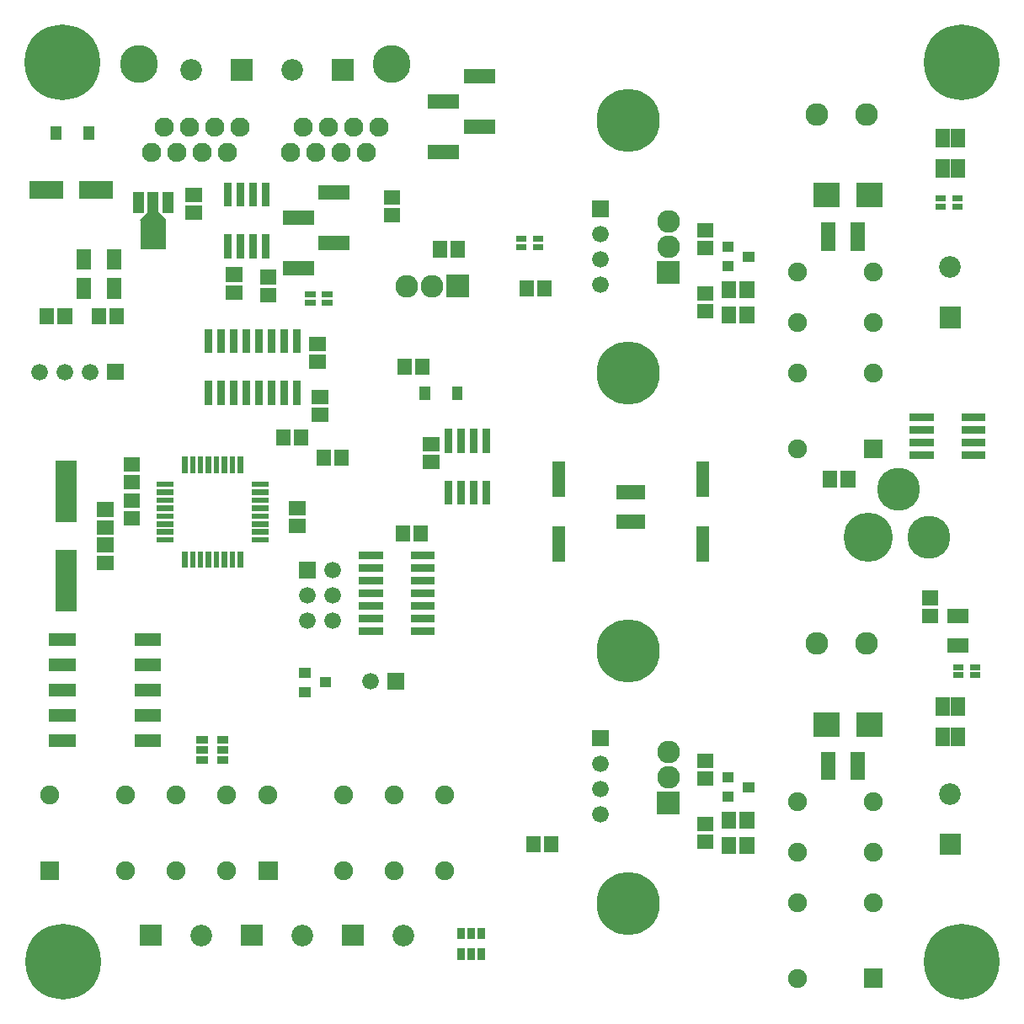
<source format=gbr>
G04 start of page 6 for group -4063 idx -4063 *
G04 Title: (unknown), componentmask *
G04 Creator: pcb 20140316 *
G04 CreationDate: Mon 02 Nov 2015 06:26:01 PM GMT UTC *
G04 For: ndholmes *
G04 Format: Gerber/RS-274X *
G04 PCB-Dimensions (mil): 3900.00 3900.00 *
G04 PCB-Coordinate-Origin: lower left *
%MOIN*%
%FSLAX25Y25*%
%LNTOPMASK*%
%ADD117R,0.0217X0.0217*%
%ADD116R,0.0847X0.0847*%
%ADD115R,0.0520X0.0520*%
%ADD114R,0.1005X0.1005*%
%ADD113R,0.0438X0.0438*%
%ADD112R,0.0690X0.0690*%
%ADD111R,0.0965X0.0965*%
%ADD110R,0.0400X0.0400*%
%ADD109R,0.0490X0.0490*%
%ADD108R,0.0300X0.0300*%
%ADD107R,0.0420X0.0420*%
%ADD106R,0.0560X0.0560*%
%ADD105R,0.0572X0.0572*%
%ADD104R,0.0227X0.0227*%
%ADD103C,0.1700*%
%ADD102C,0.1950*%
%ADD101C,0.2500*%
%ADD100C,0.0750*%
%ADD99C,0.0660*%
%ADD98C,0.2997*%
%ADD97C,0.1500*%
%ADD96C,0.0860*%
%ADD95C,0.0001*%
%ADD94C,0.0900*%
%ADD93C,0.0760*%
G54D93*X142500Y347500D03*
X137500Y337500D03*
X132500Y347500D03*
X127500Y337500D03*
X122500Y347500D03*
X117500Y337500D03*
X112500Y347500D03*
X107500Y337500D03*
G54D94*X153500Y284500D03*
X163500D03*
G54D95*G36*
X169000Y289000D02*Y280000D01*
X178000D01*
Y289000D01*
X169000D01*
G37*
G54D93*X87500Y347500D03*
X77500D03*
X67500D03*
X57500D03*
G54D95*G36*
X83700Y374300D02*Y365700D01*
X92300D01*
Y374300D01*
X83700D01*
G37*
G54D96*X68000Y370000D03*
G54D93*X82500Y337500D03*
X72500D03*
X62500D03*
X52500D03*
G54D97*X47500Y372500D03*
G54D98*X17000Y373000D03*
G54D95*G36*
X34700Y253800D02*Y247200D01*
X41300D01*
Y253800D01*
X34700D01*
G37*
G54D99*X28000Y250500D03*
X18000D03*
X8000D03*
G54D98*X17500Y17000D03*
G54D95*G36*
X47700Y31800D02*Y23200D01*
X56300D01*
Y31800D01*
X47700D01*
G37*
G36*
X8250Y56750D02*Y49250D01*
X15750D01*
Y56750D01*
X8250D01*
G37*
G54D100*X42000Y53000D03*
X62000D03*
Y83000D03*
X42000D03*
X12000D03*
G54D95*G36*
X87700Y31800D02*Y23200D01*
X96300D01*
Y31800D01*
X87700D01*
G37*
G54D96*X112000Y27500D03*
X72000D03*
G54D95*G36*
X127700Y31800D02*Y23200D01*
X136300D01*
Y31800D01*
X127700D01*
G37*
G54D96*X152000Y27500D03*
G54D100*X82000Y53000D03*
G54D95*G36*
X94750Y56750D02*Y49250D01*
X102250D01*
Y56750D01*
X94750D01*
G37*
G54D100*X128500Y53000D03*
X148500D03*
X168500D03*
X82000Y83000D03*
X128500D03*
X98500D03*
X168500D03*
X148500D03*
G54D95*G36*
X145700Y131300D02*Y124700D01*
X152300D01*
Y131300D01*
X145700D01*
G37*
G54D99*X139000Y128000D03*
G54D95*G36*
X110700Y175300D02*Y168700D01*
X117300D01*
Y175300D01*
X110700D01*
G37*
G54D99*X124000Y172000D03*
Y162000D03*
Y152000D03*
X114000Y162000D03*
Y152000D03*
G54D94*X315650Y143000D03*
G54D101*X241000Y250000D03*
G54D95*G36*
X226700Y108800D02*Y102200D01*
X233300D01*
Y108800D01*
X226700D01*
G37*
G54D101*X241000Y140000D03*
G54D99*X230000Y95500D03*
Y85500D03*
Y75500D03*
G54D95*G36*
X364200Y67800D02*Y59200D01*
X372800D01*
Y67800D01*
X364200D01*
G37*
G54D96*X368500Y83500D03*
G54D98*X373000Y17000D03*
G54D94*X335350Y143000D03*
X257000Y100000D03*
Y90000D03*
G54D95*G36*
X252500Y84500D02*Y75500D01*
X261500D01*
Y84500D01*
X252500D01*
G37*
G54D100*X338000Y80500D03*
X308000D03*
G54D95*G36*
X334250Y14250D02*Y6750D01*
X341750D01*
Y14250D01*
X334250D01*
G37*
G54D100*X308000Y10500D03*
X338000Y40500D03*
X308000D03*
X338000Y60500D03*
X308000D03*
G54D101*X241000Y40000D03*
G54D97*X147500Y372500D03*
G54D98*X373000Y373000D03*
G54D101*X241000Y350000D03*
G54D95*G36*
X123700Y374300D02*Y365700D01*
X132300D01*
Y374300D01*
X123700D01*
G37*
G54D96*X108000Y370000D03*
G54D94*X335350Y352500D03*
X315650D03*
G54D100*X338000Y290000D03*
X308000Y270000D03*
Y250000D03*
Y220000D03*
G54D95*G36*
X334250Y223750D02*Y216250D01*
X341750D01*
Y223750D01*
X334250D01*
G37*
G54D100*X338000Y250000D03*
Y270000D03*
G54D102*X336000Y185000D03*
G54D103*X360000D03*
X348000Y204000D03*
G54D95*G36*
X364200Y276300D02*Y267700D01*
X372800D01*
Y276300D01*
X364200D01*
G37*
G54D96*X368500Y292000D03*
G54D100*X308000Y290000D03*
G54D94*X257000Y310000D03*
Y300000D03*
G54D95*G36*
X252500Y294500D02*Y285500D01*
X261500D01*
Y294500D01*
X252500D01*
G37*
G36*
X226700Y318300D02*Y311700D01*
X233300D01*
Y318300D01*
X226700D01*
G37*
G54D99*X230000Y305000D03*
Y295000D03*
Y285000D03*
G54D104*X204413Y299925D02*X206283D01*
X204413Y303075D02*X206283D01*
X197717D02*X199587D01*
X197717Y299925D02*X199587D01*
G54D105*X200914Y283893D02*Y283107D01*
X208000Y283893D02*Y283107D01*
X147107Y319543D02*X147893D01*
X147107Y312457D02*X147893D01*
X166457Y299393D02*Y298607D01*
X173543Y299393D02*Y298607D01*
G54D106*X178760Y367500D02*X185413D01*
X164587Y357500D02*X171240D01*
X178760Y347500D02*X185413D01*
X164587Y337500D02*X171240D01*
G54D105*X162607Y222000D02*X163393D01*
G54D107*X160500Y242600D02*Y241400D01*
G54D105*X152457Y252893D02*Y252107D01*
X159543Y252893D02*Y252107D01*
G54D108*X185000Y226500D02*Y220000D01*
X180000Y226500D02*Y220000D01*
X175000Y226500D02*Y220000D01*
X170000Y226500D02*Y220000D01*
G54D107*X173400Y242600D02*Y241400D01*
G54D105*X162607Y214914D02*X163393D01*
G54D108*X170000Y206000D02*Y199500D01*
X175000Y206000D02*Y199500D01*
X180000Y206000D02*Y199500D01*
X185000Y206000D02*Y199500D01*
G54D109*X213500Y212500D02*Y203500D01*
Y187000D02*Y177900D01*
G54D105*X109607Y189457D02*X110393D01*
X109607Y196543D02*X110393D01*
X118607Y233457D02*X119393D01*
X111543Y224893D02*Y224107D01*
X120457Y216893D02*Y216107D01*
X127543Y216893D02*Y216107D01*
G54D108*X110000Y245500D02*Y239000D01*
G54D105*X118607Y240543D02*X119393D01*
X117607Y254457D02*X118393D01*
G54D104*X114217Y281075D02*X116087D01*
X114217Y277925D02*X116087D01*
X120913D02*X122783D01*
X120913Y281075D02*X122783D01*
G54D105*X117607Y261543D02*X118393D01*
X151914Y186893D02*Y186107D01*
X159000Y186893D02*Y186107D01*
G54D108*X156500Y168000D02*X163000D01*
X156500Y173000D02*X163000D01*
X156500Y178000D02*X163000D01*
X136000D02*X142500D01*
X136000Y173000D02*X142500D01*
X136000Y168000D02*X142500D01*
X136000Y163000D02*X142500D01*
X136000Y158000D02*X142500D01*
X136000Y153000D02*X142500D01*
X136000Y148000D02*X142500D01*
X156500D02*X163000D01*
X156500Y153000D02*X163000D01*
X156500Y158000D02*X163000D01*
X156500Y163000D02*X163000D01*
G54D104*X363717Y319075D02*X365587D01*
X363717Y315925D02*X365587D01*
X370413D02*X372283D01*
X370413Y319075D02*X372283D01*
G54D105*X371450Y343700D02*Y342100D01*
X365550Y343700D02*Y342100D01*
X371450Y331900D02*Y330300D01*
X365550Y331900D02*Y330300D01*
G54D108*X374500Y217500D02*X381000D01*
X374500Y222500D02*X381000D01*
X374500Y227500D02*X381000D01*
X374500Y232500D02*X381000D01*
G54D105*X280957Y273393D02*Y272607D01*
X288043Y273393D02*Y272607D01*
X271107Y274457D02*X271893D01*
X271107Y281543D02*X271893D01*
X280957Y283393D02*Y282607D01*
X271107Y306543D02*X271893D01*
X271107Y299457D02*X271893D01*
G54D110*X280200Y300000D02*X280800D01*
X288400Y296100D02*X289000D01*
G54D105*X288043Y283393D02*Y282607D01*
G54D110*X280200Y292200D02*X280800D01*
G54D111*X319142Y320500D02*X319929D01*
X336071D02*X336858D01*
G54D105*X331905Y306755D02*Y301245D01*
X320095Y306755D02*Y301245D01*
G54D112*X7508Y322500D02*X13807D01*
X27193D02*X33492D01*
G54D105*X25595Y284681D02*Y282319D01*
Y296181D02*Y293819D01*
G54D107*X27500Y345600D02*Y344400D01*
X14600Y345600D02*Y344400D01*
G54D105*X31457Y272893D02*Y272107D01*
X38543Y272893D02*Y272107D01*
X10957Y272893D02*Y272107D01*
X18043Y272893D02*Y272107D01*
X98107Y288043D02*X98893D01*
G54D106*X107087Y291500D02*X113740D01*
X121260Y301500D02*X127913D01*
X107087Y311500D02*X113740D01*
X121260Y321500D02*X127913D01*
G54D108*X97500Y303500D02*Y297000D01*
X92500Y303500D02*Y297000D01*
X97500Y324000D02*Y317500D01*
X92500Y324000D02*Y317500D01*
G54D105*X84607Y289043D02*X85393D01*
X84607Y281957D02*X85393D01*
X68607Y320543D02*X69393D01*
G54D113*X58906Y319484D02*Y315390D01*
X53000Y319484D02*Y307674D01*
G54D105*X37405Y284681D02*Y282319D01*
X68607Y313457D02*X69393D01*
X37405Y296181D02*Y293819D01*
G54D114*X53000Y305940D02*Y304050D01*
G54D95*G36*
X54885Y313929D02*X58149Y310665D01*
X56305Y308821D01*
X53041Y312085D01*
X54885Y313929D01*
G37*
G36*
X47851Y310665D02*X51115Y313929D01*
X52959Y312085D01*
X49695Y308821D01*
X47851Y310665D01*
G37*
G54D113*X47094Y319484D02*Y315390D01*
G54D108*X82500Y303500D02*Y297000D01*
Y324000D02*Y317500D01*
X87500Y303500D02*Y297000D01*
Y324000D02*Y317500D01*
G54D105*X98107Y280957D02*X98893D01*
G54D108*X110000Y266000D02*Y259500D01*
X105000Y266000D02*Y259500D01*
X100000Y266000D02*Y259500D01*
X95000Y266000D02*Y259500D01*
X90000Y266000D02*Y259500D01*
X85000Y266000D02*Y259500D01*
X80000Y266000D02*Y259500D01*
X75000Y266000D02*Y259500D01*
Y245500D02*Y239000D01*
X80000Y245500D02*Y239000D01*
X85000Y245500D02*Y239000D01*
X90000Y245500D02*Y239000D01*
X95000Y245500D02*Y239000D01*
X100000Y245500D02*Y239000D01*
X105000Y245500D02*Y239000D01*
G54D105*X104457Y224893D02*Y224107D01*
G54D115*X14450Y144500D02*X19650D01*
X48350D02*X53550D01*
G54D110*X112700Y131500D02*X113300D01*
X112700Y123700D02*X113300D01*
X120900Y127600D02*X121500D01*
G54D115*X14450Y134500D02*X19650D01*
X14450Y124500D02*X19650D01*
X14450Y114500D02*X19650D01*
X14450Y104500D02*X19650D01*
X48350Y134500D02*X53550D01*
X48350Y124500D02*X53550D01*
X48350Y114500D02*X53550D01*
X48350Y104500D02*X53550D01*
G54D108*X79700Y97000D02*X81300D01*
X71500D02*X73100D01*
X79700Y100900D02*X81300D01*
X79700Y104800D02*X81300D01*
X71500D02*X73100D01*
X71500Y100900D02*X73100D01*
G54D105*X44107Y192500D02*X44893D01*
X44107Y199586D02*X44893D01*
X44107Y206914D02*X44893D01*
X33607Y188957D02*X34393D01*
X33607Y196043D02*X34393D01*
X44107Y214000D02*X44893D01*
G54D116*X18500Y211091D02*Y195343D01*
G54D117*X55508Y206023D02*X59934D01*
X55508Y202874D02*X59934D01*
X55508Y199724D02*X59934D01*
X55508Y196575D02*X59934D01*
G54D105*X33607Y182043D02*X34393D01*
X33607Y174957D02*X34393D01*
G54D116*X18500Y175657D02*Y159909D01*
G54D117*X55508Y193425D02*X59934D01*
X55508Y190275D02*X59934D01*
X55508Y187126D02*X59934D01*
X55508Y183976D02*X59934D01*
X65477Y178434D02*Y174008D01*
X68626Y178434D02*Y174008D01*
X71776Y178434D02*Y174008D01*
X74925Y178434D02*Y174008D01*
X78075Y178434D02*Y174008D01*
X81225Y178434D02*Y174008D01*
X84374Y178434D02*Y174008D01*
X87524Y178434D02*Y174008D01*
X93066Y183977D02*X97492D01*
X93066Y187126D02*X97492D01*
X93066Y190276D02*X97492D01*
X93066Y193425D02*X97492D01*
X93066Y196575D02*X97492D01*
X93066Y199725D02*X97492D01*
X93066Y202874D02*X97492D01*
X93066Y206024D02*X97492D01*
X87523Y215992D02*Y211566D01*
X84374Y215992D02*Y211566D01*
X81224Y215992D02*Y211566D01*
X78075Y215992D02*Y211566D01*
X74925Y215992D02*Y211566D01*
X71775Y215992D02*Y211566D01*
X68626Y215992D02*Y211566D01*
X65476Y215992D02*Y211566D01*
G54D105*X360107Y153957D02*X360893D01*
X360107Y161043D02*X360893D01*
X328043Y208393D02*Y207607D01*
X320957Y208393D02*Y207607D01*
G54D108*X354000Y232500D02*X360500D01*
X354000Y227500D02*X360500D01*
X354000Y222500D02*X360500D01*
X354000Y217500D02*X360500D01*
G54D105*X203414Y63893D02*Y63107D01*
X210500Y63893D02*Y63107D01*
G54D108*X175000Y20800D02*Y19200D01*
X178900Y20800D02*Y19200D01*
X182800Y20800D02*Y19200D01*
Y29000D02*Y27400D01*
X178900Y29000D02*Y27400D01*
X175000Y29000D02*Y27400D01*
G54D109*X270500Y212500D02*Y203500D01*
Y187000D02*Y177900D01*
G54D111*X319142Y111000D02*X319929D01*
G54D105*X239245Y202905D02*X244755D01*
X239245Y191095D02*X244755D01*
X280957Y63393D02*Y62607D01*
Y73393D02*Y72607D01*
G54D110*X280200Y82200D02*X280800D01*
G54D105*X288043Y63393D02*Y62607D01*
Y73393D02*Y72607D01*
G54D110*X288400Y86100D02*X289000D01*
G54D105*X271107Y89457D02*X271893D01*
G54D110*X280200Y90000D02*X280800D01*
G54D105*X271107Y96543D02*X271893D01*
X271107Y71543D02*X271893D01*
X271107Y64457D02*X271893D01*
G54D111*X336071Y111000D02*X336858D01*
G54D105*X331905Y97255D02*Y91745D01*
X320095Y97255D02*Y91745D01*
X365550Y106900D02*Y105300D01*
X371450Y106900D02*Y105300D01*
X365550Y118700D02*Y117100D01*
X371450Y118700D02*Y117100D01*
G54D104*X370717Y133575D02*X372587D01*
X370717Y130425D02*X372587D01*
X377413D02*X379283D01*
X377413Y133575D02*X379283D01*
G54D105*X370319Y142095D02*X372681D01*
X370319Y153905D02*X372681D01*
M02*

</source>
